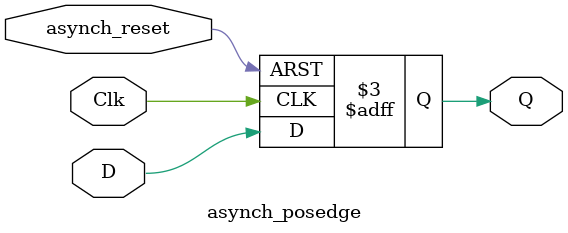
<source format=v>
`timescale 1ns / 1ps


module asynch_posedge(Q, D, asynch_reset, Clk);

    output Q;
    input D, Clk;
    input asynch_reset;
    reg Q;
    
    always @ (posedge Clk or posedge asynch_reset)
    begin
    if (asynch_reset ==1'b1)
        Q<= 1'b0;
       else
        Q<=D;
    end
    
endmodule

</source>
